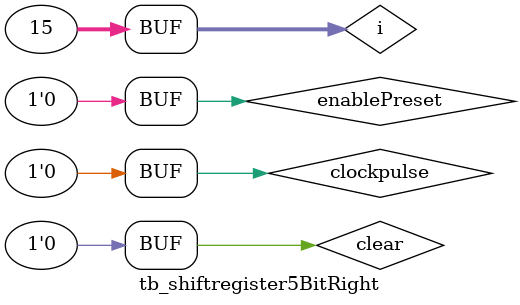
<source format=v>
module tb_shiftregister5BitRight;
reg clockpulse;
reg clear;
reg enablePreset;
wire [4:0] out;
wire [4:0] notout;
integer i;

initial begin
    clockpulse = 1'b0;
    clear = 1'b1;
    enablePreset = 1'b0;
    i = 0;
    
    #10;
    clear = 1'b0;
    
    for (i = 0; i < 4'hf; i = i + 1) begin
        if (i == 0) begin
            enablePreset = 1'b1;
        end
        
        clockpulse = 1'b1;
        
        #5;
        clockpulse = 1'b0;
        enablePreset = 1'b0;
        
        #5;
    end
end

shiftregister5BitRight dut(
    .clockpulse(clockpulse),
    .clear(clear),
    .serialInput(1'b0),
    .enablePreset(enablePreset),
    .preset(5'b11000),
    .out(out),
    .notout(notout)
    );

endmodule

</source>
